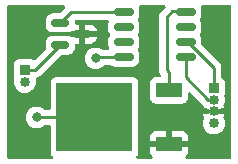
<source format=gbr>
%TF.GenerationSoftware,KiCad,Pcbnew,6.0.2+dfsg-1*%
%TF.CreationDate,2024-08-03T19:21:51-04:00*%
%TF.ProjectId,elpixel,656c7069-7865-46c2-9e6b-696361645f70,rev?*%
%TF.SameCoordinates,Original*%
%TF.FileFunction,Copper,L1,Top*%
%TF.FilePolarity,Positive*%
%FSLAX46Y46*%
G04 Gerber Fmt 4.6, Leading zero omitted, Abs format (unit mm)*
G04 Created by KiCad (PCBNEW 6.0.2+dfsg-1) date 2024-08-03 19:21:51*
%MOMM*%
%LPD*%
G01*
G04 APERTURE LIST*
G04 Aperture macros list*
%AMRoundRect*
0 Rectangle with rounded corners*
0 $1 Rounding radius*
0 $2 $3 $4 $5 $6 $7 $8 $9 X,Y pos of 4 corners*
0 Add a 4 corners polygon primitive as box body*
4,1,4,$2,$3,$4,$5,$6,$7,$8,$9,$2,$3,0*
0 Add four circle primitives for the rounded corners*
1,1,$1+$1,$2,$3*
1,1,$1+$1,$4,$5*
1,1,$1+$1,$6,$7*
1,1,$1+$1,$8,$9*
0 Add four rect primitives between the rounded corners*
20,1,$1+$1,$2,$3,$4,$5,0*
20,1,$1+$1,$4,$5,$6,$7,0*
20,1,$1+$1,$6,$7,$8,$9,0*
20,1,$1+$1,$8,$9,$2,$3,0*%
G04 Aperture macros list end*
%TA.AperFunction,SMDPad,CuDef*%
%ADD10RoundRect,0.150000X-0.675000X-0.150000X0.675000X-0.150000X0.675000X0.150000X-0.675000X0.150000X0*%
%TD*%
%TA.AperFunction,SMDPad,CuDef*%
%ADD11RoundRect,0.150000X-0.587500X-0.150000X0.587500X-0.150000X0.587500X0.150000X-0.587500X0.150000X0*%
%TD*%
%TA.AperFunction,ComponentPad*%
%ADD12R,0.850000X0.850000*%
%TD*%
%TA.AperFunction,ComponentPad*%
%ADD13O,0.850000X0.850000*%
%TD*%
%TA.AperFunction,SMDPad,CuDef*%
%ADD14R,2.200000X1.200000*%
%TD*%
%TA.AperFunction,SMDPad,CuDef*%
%ADD15R,6.400000X5.800000*%
%TD*%
%TA.AperFunction,ViaPad*%
%ADD16C,0.800000*%
%TD*%
%TA.AperFunction,Conductor*%
%ADD17C,0.250000*%
%TD*%
G04 APERTURE END LIST*
D10*
%TO.P,WS,1,OUTR*%
%TO.N,Net-(Q1-Pad1)*%
X117375000Y-130095000D03*
%TO.P,WS,2,OUTG*%
%TO.N,unconnected-(U2-Pad2)*%
X117375000Y-131365000D03*
%TO.P,WS,3,OUTB*%
%TO.N,unconnected-(U2-Pad3)*%
X117375000Y-132635000D03*
%TO.P,WS,4,GND*%
%TO.N,GND*%
X117375000Y-133905000D03*
%TO.P,WS,5,DO*%
%TO.N,Net-(U2-Pad5)*%
X122625000Y-133905000D03*
%TO.P,WS,6,DIN*%
%TO.N,Net-(U2-Pad6)*%
X122625000Y-132635000D03*
%TO.P,WS,7,SET*%
%TO.N,unconnected-(U2-Pad7)*%
X122625000Y-131365000D03*
%TO.P,WS,8,VDD*%
%TO.N,Net-(U1-Pad3)*%
X122625000Y-130095000D03*
%TD*%
D11*
%TO.P,T,1,B*%
%TO.N,Net-(Q1-Pad1)*%
X112000000Y-131000000D03*
%TO.P,T,2,E*%
%TO.N,Net-(J1-Pad1)*%
X112000000Y-132900000D03*
%TO.P,T,3,C*%
%TO.N,+12V*%
X113875000Y-131950000D03*
%TD*%
D12*
%TO.P,INV,1,Pin_1*%
%TO.N,Net-(J1-Pad1)*%
X109000000Y-135000000D03*
D13*
%TO.P,INV,2,Pin_2*%
%TO.N,GND*%
X109000000Y-136000000D03*
%TD*%
D14*
%TO.P,VREG,1,VI*%
%TO.N,+12V*%
X121200000Y-141280000D03*
D15*
%TO.P,VREG,2,GND*%
%TO.N,GND*%
X114900000Y-139000000D03*
D14*
%TO.P,VREG,3,VO*%
%TO.N,Net-(U1-Pad3)*%
X121200000Y-136720000D03*
%TD*%
D12*
%TO.P,IO,1,Pin_1*%
%TO.N,Net-(U2-Pad6)*%
X125000000Y-136500000D03*
D13*
%TO.P,IO,2,Pin_2*%
%TO.N,Net-(U2-Pad5)*%
X125000000Y-137500000D03*
%TO.P,IO,3,Pin_3*%
%TO.N,+12V*%
X125000000Y-138500000D03*
%TO.P,IO,4,Pin_4*%
%TO.N,GND*%
X125000000Y-139500000D03*
%TD*%
D16*
%TO.N,GND*%
X110000000Y-139000000D03*
X115000000Y-134000000D03*
%TD*%
D17*
%TO.N,Net-(J1-Pad1)*%
X112000000Y-132900000D02*
X109900000Y-135000000D01*
X109900000Y-135000000D02*
X109000000Y-135000000D01*
%TO.N,GND*%
X117375000Y-133905000D02*
X115095000Y-133905000D01*
X115095000Y-133905000D02*
X115000000Y-134000000D01*
X110000000Y-139000000D02*
X114900000Y-139000000D01*
%TO.N,Net-(Q1-Pad1)*%
X112905000Y-130095000D02*
X117375000Y-130095000D01*
X112000000Y-131000000D02*
X112905000Y-130095000D01*
%TO.N,Net-(U1-Pad3)*%
X121000000Y-130500000D02*
X121500000Y-130000000D01*
X121500000Y-130000000D02*
X122530000Y-130000000D01*
X121200000Y-136720000D02*
X121200000Y-135200000D01*
X121200000Y-135200000D02*
X121000000Y-135000000D01*
X121000000Y-135000000D02*
X121000000Y-130500000D01*
%TO.N,Net-(U2-Pad5)*%
X122625000Y-133905000D02*
X122625000Y-135624022D01*
X124500978Y-137500000D02*
X125000000Y-137500000D01*
X122625000Y-135624022D02*
X124500978Y-137500000D01*
%TO.N,Net-(U2-Pad6)*%
X125000000Y-136500000D02*
X125000000Y-134783928D01*
X125000000Y-134783928D02*
X122851072Y-132635000D01*
X122851072Y-132635000D02*
X122625000Y-132635000D01*
%TD*%
%TA.AperFunction,Conductor*%
%TO.N,+12V*%
G36*
X112360026Y-129528002D02*
G01*
X112406519Y-129581658D01*
X112416623Y-129651932D01*
X112387129Y-129716512D01*
X112381000Y-129723095D01*
X111949500Y-130154595D01*
X111887188Y-130188621D01*
X111860405Y-130191500D01*
X111345998Y-130191500D01*
X111343550Y-130191693D01*
X111343542Y-130191693D01*
X111315079Y-130193933D01*
X111315074Y-130193934D01*
X111308669Y-130194438D01*
X111236045Y-130215537D01*
X111156512Y-130238643D01*
X111156510Y-130238644D01*
X111148899Y-130240855D01*
X111142072Y-130244892D01*
X111142073Y-130244892D01*
X111012520Y-130321509D01*
X111012517Y-130321511D01*
X111005693Y-130325547D01*
X110888047Y-130443193D01*
X110884011Y-130450017D01*
X110884009Y-130450020D01*
X110845328Y-130515427D01*
X110803355Y-130586399D01*
X110756938Y-130746169D01*
X110754000Y-130783498D01*
X110754000Y-131216502D01*
X110756938Y-131253831D01*
X110803355Y-131413601D01*
X110807392Y-131420427D01*
X110884009Y-131549980D01*
X110884011Y-131549983D01*
X110888047Y-131556807D01*
X111005693Y-131674453D01*
X111012517Y-131678489D01*
X111012520Y-131678491D01*
X111071797Y-131713547D01*
X111148899Y-131759145D01*
X111156510Y-131761356D01*
X111156512Y-131761357D01*
X111189663Y-131770988D01*
X111308669Y-131805562D01*
X111315074Y-131806066D01*
X111315079Y-131806067D01*
X111343542Y-131808307D01*
X111343550Y-131808307D01*
X111345998Y-131808500D01*
X112654002Y-131808500D01*
X112656450Y-131808307D01*
X112656458Y-131808307D01*
X112684921Y-131806067D01*
X112684926Y-131806066D01*
X112691331Y-131805562D01*
X112810337Y-131770988D01*
X112843488Y-131761357D01*
X112843490Y-131761356D01*
X112851101Y-131759145D01*
X112928203Y-131713547D01*
X112992342Y-131696000D01*
X113602885Y-131696000D01*
X113618124Y-131691525D01*
X113619329Y-131690135D01*
X113621000Y-131682452D01*
X113621000Y-131677885D01*
X114129000Y-131677885D01*
X114133475Y-131693124D01*
X114134865Y-131694329D01*
X114142548Y-131696000D01*
X115099378Y-131696000D01*
X115112909Y-131692027D01*
X115114044Y-131684129D01*
X115073393Y-131544210D01*
X115067148Y-131529779D01*
X114990589Y-131400322D01*
X114980949Y-131387896D01*
X114874604Y-131281551D01*
X114862178Y-131271911D01*
X114732721Y-131195352D01*
X114718290Y-131189107D01*
X114572435Y-131146731D01*
X114559833Y-131144430D01*
X114531416Y-131142193D01*
X114526486Y-131142000D01*
X114147115Y-131142000D01*
X114131876Y-131146475D01*
X114130671Y-131147865D01*
X114129000Y-131155548D01*
X114129000Y-131677885D01*
X113621000Y-131677885D01*
X113621000Y-131160116D01*
X113616525Y-131144877D01*
X113615135Y-131143672D01*
X113607452Y-131142001D01*
X113372000Y-131142001D01*
X113303879Y-131121999D01*
X113257386Y-131068343D01*
X113246000Y-131016001D01*
X113246000Y-130854500D01*
X113266002Y-130786379D01*
X113319658Y-130739886D01*
X113372000Y-130728500D01*
X116001776Y-130728500D01*
X116069897Y-130748502D01*
X116116390Y-130802158D01*
X116126494Y-130872432D01*
X116110231Y-130918636D01*
X116090855Y-130951399D01*
X116044438Y-131111169D01*
X116043934Y-131117574D01*
X116043933Y-131117579D01*
X116042011Y-131142000D01*
X116041500Y-131148498D01*
X116041500Y-131581502D01*
X116044438Y-131618831D01*
X116071955Y-131713547D01*
X116085203Y-131759145D01*
X116090855Y-131778601D01*
X116175547Y-131921807D01*
X116178229Y-131924489D01*
X116203502Y-131988861D01*
X116189600Y-132058484D01*
X116179428Y-132074312D01*
X116175547Y-132078193D01*
X116090855Y-132221399D01*
X116044438Y-132381169D01*
X116041500Y-132418498D01*
X116041500Y-132851502D01*
X116044438Y-132888831D01*
X116090855Y-133048601D01*
X116110231Y-133081363D01*
X116127689Y-133150178D01*
X116105172Y-133217509D01*
X116049827Y-133261978D01*
X116001776Y-133271500D01*
X115583878Y-133271500D01*
X115515757Y-133251498D01*
X115509817Y-133247436D01*
X115462094Y-133212763D01*
X115462093Y-133212762D01*
X115456752Y-133208882D01*
X115450724Y-133206198D01*
X115450722Y-133206197D01*
X115288319Y-133133891D01*
X115288318Y-133133891D01*
X115282288Y-133131206D01*
X115188888Y-133111353D01*
X115101944Y-133092872D01*
X115101939Y-133092872D01*
X115095487Y-133091500D01*
X114904513Y-133091500D01*
X114898061Y-133092872D01*
X114898056Y-133092872D01*
X114811112Y-133111353D01*
X114717712Y-133131206D01*
X114711682Y-133133891D01*
X114711681Y-133133891D01*
X114549278Y-133206197D01*
X114549276Y-133206198D01*
X114543248Y-133208882D01*
X114388747Y-133321134D01*
X114384326Y-133326044D01*
X114384325Y-133326045D01*
X114266587Y-133456807D01*
X114260960Y-133463056D01*
X114165473Y-133628444D01*
X114106458Y-133810072D01*
X114086496Y-134000000D01*
X114087186Y-134006565D01*
X114103190Y-134158831D01*
X114106458Y-134189928D01*
X114165473Y-134371556D01*
X114168776Y-134377278D01*
X114168777Y-134377279D01*
X114177603Y-134392566D01*
X114260960Y-134536944D01*
X114265378Y-134541851D01*
X114265379Y-134541852D01*
X114371857Y-134660108D01*
X114388747Y-134678866D01*
X114473079Y-134740137D01*
X114514668Y-134770353D01*
X114543248Y-134791118D01*
X114549276Y-134793802D01*
X114549278Y-134793803D01*
X114684192Y-134853870D01*
X114717712Y-134868794D01*
X114811112Y-134888647D01*
X114898056Y-134907128D01*
X114898061Y-134907128D01*
X114904513Y-134908500D01*
X115095487Y-134908500D01*
X115101939Y-134907128D01*
X115101944Y-134907128D01*
X115188888Y-134888647D01*
X115282288Y-134868794D01*
X115315808Y-134853870D01*
X115450722Y-134793803D01*
X115450724Y-134793802D01*
X115456752Y-134791118D01*
X115485333Y-134770353D01*
X115526921Y-134740137D01*
X115611253Y-134678866D01*
X115632684Y-134655065D01*
X115700101Y-134580190D01*
X115760547Y-134542950D01*
X115793737Y-134538500D01*
X116200050Y-134538500D01*
X116268171Y-134558502D01*
X116281271Y-134569059D01*
X116281325Y-134568989D01*
X116287584Y-134573844D01*
X116293193Y-134579453D01*
X116300017Y-134583489D01*
X116300020Y-134583491D01*
X116404422Y-134645234D01*
X116436399Y-134664145D01*
X116444010Y-134666356D01*
X116444012Y-134666357D01*
X116496231Y-134681528D01*
X116596169Y-134710562D01*
X116602574Y-134711066D01*
X116602579Y-134711067D01*
X116631042Y-134713307D01*
X116631050Y-134713307D01*
X116633498Y-134713500D01*
X118116502Y-134713500D01*
X118118950Y-134713307D01*
X118118958Y-134713307D01*
X118147421Y-134711067D01*
X118147426Y-134711066D01*
X118153831Y-134710562D01*
X118253769Y-134681528D01*
X118305988Y-134666357D01*
X118305990Y-134666356D01*
X118313601Y-134664145D01*
X118345578Y-134645234D01*
X118449980Y-134583491D01*
X118449983Y-134583489D01*
X118456807Y-134579453D01*
X118574453Y-134461807D01*
X118578489Y-134454983D01*
X118578491Y-134454980D01*
X118655108Y-134325427D01*
X118659145Y-134318601D01*
X118705562Y-134158831D01*
X118706417Y-134147980D01*
X118708307Y-134123958D01*
X118708307Y-134123950D01*
X118708500Y-134121502D01*
X118708500Y-133688498D01*
X118705562Y-133651169D01*
X118659145Y-133491399D01*
X118574453Y-133348193D01*
X118571771Y-133345511D01*
X118546498Y-133281139D01*
X118560400Y-133211516D01*
X118570572Y-133195688D01*
X118574453Y-133191807D01*
X118659145Y-133048601D01*
X118705562Y-132888831D01*
X118708500Y-132851502D01*
X118708500Y-132418498D01*
X118705562Y-132381169D01*
X118659145Y-132221399D01*
X118574453Y-132078193D01*
X118571771Y-132075511D01*
X118546498Y-132011139D01*
X118560400Y-131941516D01*
X118570572Y-131925688D01*
X118574453Y-131921807D01*
X118659145Y-131778601D01*
X118664798Y-131759145D01*
X118678045Y-131713547D01*
X118705562Y-131618831D01*
X118708500Y-131581502D01*
X118708500Y-131148498D01*
X118707989Y-131142000D01*
X118706067Y-131117579D01*
X118706066Y-131117574D01*
X118705562Y-131111169D01*
X118659145Y-130951399D01*
X118574453Y-130808193D01*
X118571771Y-130805511D01*
X118546498Y-130741139D01*
X118560400Y-130671516D01*
X118570572Y-130655688D01*
X118574453Y-130651807D01*
X118659145Y-130508601D01*
X118705562Y-130348831D01*
X118706954Y-130331156D01*
X118708307Y-130313958D01*
X118708307Y-130313950D01*
X118708500Y-130311502D01*
X118708500Y-129878498D01*
X118705562Y-129841169D01*
X118659145Y-129681399D01*
X118658810Y-129680833D01*
X118650507Y-129613585D01*
X118681282Y-129549605D01*
X118741762Y-129512420D01*
X118774842Y-129508000D01*
X120791905Y-129508000D01*
X120860026Y-129528002D01*
X120906519Y-129581658D01*
X120916623Y-129651932D01*
X120887129Y-129716512D01*
X120881005Y-129723091D01*
X120728053Y-129876042D01*
X120607742Y-129996353D01*
X120599463Y-130003887D01*
X120592982Y-130008000D01*
X120546357Y-130057651D01*
X120543602Y-130060493D01*
X120523865Y-130080230D01*
X120521385Y-130083427D01*
X120513682Y-130092447D01*
X120483414Y-130124679D01*
X120479595Y-130131625D01*
X120479593Y-130131628D01*
X120473652Y-130142434D01*
X120462801Y-130158953D01*
X120450386Y-130174959D01*
X120447241Y-130182228D01*
X120447238Y-130182232D01*
X120432826Y-130215537D01*
X120427609Y-130226187D01*
X120406305Y-130264940D01*
X120404334Y-130272615D01*
X120404334Y-130272616D01*
X120401267Y-130284562D01*
X120394863Y-130303266D01*
X120392368Y-130309033D01*
X120386819Y-130321855D01*
X120385580Y-130329678D01*
X120385577Y-130329688D01*
X120379901Y-130365524D01*
X120377495Y-130377144D01*
X120366500Y-130419970D01*
X120366500Y-130440224D01*
X120364949Y-130459934D01*
X120361780Y-130479943D01*
X120362526Y-130487835D01*
X120365941Y-130523961D01*
X120366500Y-130535819D01*
X120366500Y-134921233D01*
X120365973Y-134932416D01*
X120364298Y-134939909D01*
X120364547Y-134947835D01*
X120364547Y-134947836D01*
X120366438Y-135007986D01*
X120366500Y-135011945D01*
X120366500Y-135039856D01*
X120366997Y-135043790D01*
X120366997Y-135043791D01*
X120367005Y-135043856D01*
X120367938Y-135055693D01*
X120369327Y-135099889D01*
X120374978Y-135119339D01*
X120378987Y-135138700D01*
X120381526Y-135158797D01*
X120384445Y-135166168D01*
X120384445Y-135166170D01*
X120397804Y-135199912D01*
X120401649Y-135211142D01*
X120413982Y-135253593D01*
X120418015Y-135260412D01*
X120418017Y-135260417D01*
X120424293Y-135271028D01*
X120432988Y-135288776D01*
X120440448Y-135307617D01*
X120445110Y-135314033D01*
X120445110Y-135314034D01*
X120466436Y-135343387D01*
X120472952Y-135353307D01*
X120477867Y-135361617D01*
X120495458Y-135391362D01*
X120501068Y-135396972D01*
X120505921Y-135403228D01*
X120504731Y-135404151D01*
X120534527Y-135458717D01*
X120529462Y-135529532D01*
X120486915Y-135586368D01*
X120420395Y-135611179D01*
X120411406Y-135611500D01*
X120051866Y-135611500D01*
X119989684Y-135618255D01*
X119853295Y-135669385D01*
X119736739Y-135756739D01*
X119649385Y-135873295D01*
X119598255Y-136009684D01*
X119591500Y-136071866D01*
X119591500Y-137368134D01*
X119598255Y-137430316D01*
X119649385Y-137566705D01*
X119736739Y-137683261D01*
X119853295Y-137770615D01*
X119989684Y-137821745D01*
X120051866Y-137828500D01*
X122348134Y-137828500D01*
X122410316Y-137821745D01*
X122546705Y-137770615D01*
X122663261Y-137683261D01*
X122750615Y-137566705D01*
X122801745Y-137430316D01*
X122808500Y-137368134D01*
X122808500Y-137007616D01*
X122828502Y-136939495D01*
X122882158Y-136893002D01*
X122952432Y-136882898D01*
X123017012Y-136912392D01*
X123023595Y-136918521D01*
X123997321Y-137892247D01*
X124004865Y-137900537D01*
X124008978Y-137907018D01*
X124014755Y-137912443D01*
X124058645Y-137953658D01*
X124061487Y-137956413D01*
X124081209Y-137976135D01*
X124084333Y-137978558D01*
X124084337Y-137978562D01*
X124084402Y-137978612D01*
X124093422Y-137986316D01*
X124105982Y-137998110D01*
X124141949Y-138059321D01*
X124139564Y-138128897D01*
X124107115Y-138228768D01*
X124106712Y-138242868D01*
X124113083Y-138246000D01*
X124397676Y-138246000D01*
X124465797Y-138266002D01*
X124471736Y-138270063D01*
X124530679Y-138312888D01*
X124536707Y-138315572D01*
X124536709Y-138315573D01*
X124692405Y-138384893D01*
X124746501Y-138430873D01*
X124767150Y-138498800D01*
X124747798Y-138567109D01*
X124692405Y-138615107D01*
X124662449Y-138628444D01*
X124536709Y-138684427D01*
X124536707Y-138684428D01*
X124530679Y-138687112D01*
X124525338Y-138690992D01*
X124525337Y-138690993D01*
X124471737Y-138729936D01*
X124404869Y-138753794D01*
X124397676Y-138754000D01*
X124119631Y-138754000D01*
X124106100Y-138757973D01*
X124105090Y-138765000D01*
X124140927Y-138875296D01*
X124146266Y-138887288D01*
X124174678Y-138936499D01*
X124191416Y-139005494D01*
X124174678Y-139062500D01*
X124142508Y-139118220D01*
X124081870Y-139304845D01*
X124061358Y-139500000D01*
X124081870Y-139695155D01*
X124142508Y-139881780D01*
X124240623Y-140051720D01*
X124371926Y-140197547D01*
X124377268Y-140201428D01*
X124377270Y-140201430D01*
X124423770Y-140235214D01*
X124530679Y-140312888D01*
X124536707Y-140315572D01*
X124536709Y-140315573D01*
X124703913Y-140390017D01*
X124709944Y-140392702D01*
X124805915Y-140413101D01*
X124895428Y-140432128D01*
X124895432Y-140432128D01*
X124901885Y-140433500D01*
X125098115Y-140433500D01*
X125104568Y-140432128D01*
X125104572Y-140432128D01*
X125194085Y-140413101D01*
X125290056Y-140392702D01*
X125296087Y-140390017D01*
X125463291Y-140315573D01*
X125463293Y-140315572D01*
X125469321Y-140312888D01*
X125576230Y-140235214D01*
X125622730Y-140201430D01*
X125622732Y-140201428D01*
X125628074Y-140197547D01*
X125759377Y-140051720D01*
X125857492Y-139881780D01*
X125918130Y-139695155D01*
X125938642Y-139500000D01*
X125918130Y-139304845D01*
X125857492Y-139118220D01*
X125825322Y-139062500D01*
X125808584Y-138993505D01*
X125825322Y-138936499D01*
X125853734Y-138887288D01*
X125859073Y-138875296D01*
X125892885Y-138771232D01*
X125893288Y-138757132D01*
X125886917Y-138754000D01*
X125602324Y-138754000D01*
X125534203Y-138733998D01*
X125528263Y-138729936D01*
X125474663Y-138690993D01*
X125474662Y-138690992D01*
X125469321Y-138687112D01*
X125463293Y-138684428D01*
X125463291Y-138684427D01*
X125337551Y-138628444D01*
X125307595Y-138615107D01*
X125253499Y-138569127D01*
X125232850Y-138501200D01*
X125252202Y-138432891D01*
X125307595Y-138384893D01*
X125463291Y-138315573D01*
X125463293Y-138315572D01*
X125469321Y-138312888D01*
X125528263Y-138270064D01*
X125595131Y-138246206D01*
X125602324Y-138246000D01*
X125880369Y-138246000D01*
X125893900Y-138242027D01*
X125894910Y-138235000D01*
X125859073Y-138124704D01*
X125853734Y-138112712D01*
X125825322Y-138063501D01*
X125808584Y-137994506D01*
X125825322Y-137937500D01*
X125854188Y-137887503D01*
X125854189Y-137887502D01*
X125857492Y-137881780D01*
X125882745Y-137804059D01*
X125916090Y-137701434D01*
X125916090Y-137701433D01*
X125918130Y-137695155D01*
X125938642Y-137500000D01*
X125937952Y-137493435D01*
X125918820Y-137311409D01*
X125918820Y-137311408D01*
X125918130Y-137304845D01*
X125916089Y-137298563D01*
X125888833Y-137214675D01*
X125886806Y-137143708D01*
X125890684Y-137131511D01*
X125923971Y-137042718D01*
X125923973Y-137042712D01*
X125926745Y-137035316D01*
X125933500Y-136973134D01*
X125933500Y-136026866D01*
X125926745Y-135964684D01*
X125875615Y-135828295D01*
X125788261Y-135711739D01*
X125683935Y-135633551D01*
X125641420Y-135576692D01*
X125633500Y-135532725D01*
X125633500Y-134862695D01*
X125634027Y-134851512D01*
X125635702Y-134844019D01*
X125634124Y-134793803D01*
X125633562Y-134775942D01*
X125633500Y-134771983D01*
X125633500Y-134744072D01*
X125632995Y-134740072D01*
X125632062Y-134728229D01*
X125630922Y-134691957D01*
X125630673Y-134684038D01*
X125625022Y-134664586D01*
X125621014Y-134645234D01*
X125619467Y-134632991D01*
X125618474Y-134625131D01*
X125615556Y-134617760D01*
X125602200Y-134584025D01*
X125598355Y-134572798D01*
X125589683Y-134542950D01*
X125586018Y-134530335D01*
X125581958Y-134523469D01*
X125575707Y-134512900D01*
X125567012Y-134495152D01*
X125559552Y-134476311D01*
X125549015Y-134461807D01*
X125533564Y-134440541D01*
X125527048Y-134430621D01*
X125508580Y-134399393D01*
X125508578Y-134399390D01*
X125504542Y-134392566D01*
X125490221Y-134378245D01*
X125477380Y-134363211D01*
X125470131Y-134353234D01*
X125465472Y-134346821D01*
X125431395Y-134318630D01*
X125422616Y-134310640D01*
X123995405Y-132883428D01*
X123961379Y-132821116D01*
X123958500Y-132794333D01*
X123958500Y-132418498D01*
X123955562Y-132381169D01*
X123909145Y-132221399D01*
X123824453Y-132078193D01*
X123821771Y-132075511D01*
X123796498Y-132011139D01*
X123810400Y-131941516D01*
X123820572Y-131925688D01*
X123824453Y-131921807D01*
X123909145Y-131778601D01*
X123914798Y-131759145D01*
X123928045Y-131713547D01*
X123955562Y-131618831D01*
X123958500Y-131581502D01*
X123958500Y-131148498D01*
X123957989Y-131142000D01*
X123956067Y-131117579D01*
X123956066Y-131117574D01*
X123955562Y-131111169D01*
X123909145Y-130951399D01*
X123824453Y-130808193D01*
X123821771Y-130805511D01*
X123796498Y-130741139D01*
X123810400Y-130671516D01*
X123820572Y-130655688D01*
X123824453Y-130651807D01*
X123909145Y-130508601D01*
X123955562Y-130348831D01*
X123956954Y-130331156D01*
X123958307Y-130313958D01*
X123958307Y-130313950D01*
X123958500Y-130311502D01*
X123958500Y-129878498D01*
X123955562Y-129841169D01*
X123909145Y-129681399D01*
X123908810Y-129680833D01*
X123900507Y-129613585D01*
X123931282Y-129549605D01*
X123991762Y-129512420D01*
X124024842Y-129508000D01*
X126366000Y-129508000D01*
X126434121Y-129528002D01*
X126480614Y-129581658D01*
X126492000Y-129634000D01*
X126492000Y-142366000D01*
X126471998Y-142434121D01*
X126418342Y-142480614D01*
X126366000Y-142492000D01*
X122708754Y-142492000D01*
X122640633Y-142471998D01*
X122594140Y-142418342D01*
X122584036Y-142348068D01*
X122613530Y-142283488D01*
X122633189Y-142265174D01*
X122655724Y-142248285D01*
X122668285Y-142235724D01*
X122744786Y-142133649D01*
X122753324Y-142118054D01*
X122798478Y-141997606D01*
X122802105Y-141982351D01*
X122807631Y-141931486D01*
X122808000Y-141924672D01*
X122808000Y-141552115D01*
X122803525Y-141536876D01*
X122802135Y-141535671D01*
X122794452Y-141534000D01*
X119610116Y-141534000D01*
X119594877Y-141538475D01*
X119593672Y-141539865D01*
X119592001Y-141547548D01*
X119592001Y-141924669D01*
X119592371Y-141931490D01*
X119597895Y-141982352D01*
X119601521Y-141997604D01*
X119646676Y-142118054D01*
X119655214Y-142133649D01*
X119731715Y-142235724D01*
X119744276Y-142248285D01*
X119766811Y-142265174D01*
X119809326Y-142322033D01*
X119814352Y-142392851D01*
X119780292Y-142455145D01*
X119717961Y-142489135D01*
X119691246Y-142492000D01*
X118536273Y-142492000D01*
X118468152Y-142471998D01*
X118421659Y-142418342D01*
X118411555Y-142348068D01*
X118441049Y-142283488D01*
X118449943Y-142275204D01*
X118449731Y-142274992D01*
X118456081Y-142268642D01*
X118463261Y-142263261D01*
X118550615Y-142146705D01*
X118601745Y-142010316D01*
X118608500Y-141948134D01*
X118608500Y-141007885D01*
X119592000Y-141007885D01*
X119596475Y-141023124D01*
X119597865Y-141024329D01*
X119605548Y-141026000D01*
X120927885Y-141026000D01*
X120943124Y-141021525D01*
X120944329Y-141020135D01*
X120946000Y-141012452D01*
X120946000Y-141007885D01*
X121454000Y-141007885D01*
X121458475Y-141023124D01*
X121459865Y-141024329D01*
X121467548Y-141026000D01*
X122789884Y-141026000D01*
X122805123Y-141021525D01*
X122806328Y-141020135D01*
X122807999Y-141012452D01*
X122807999Y-140635331D01*
X122807629Y-140628510D01*
X122802105Y-140577648D01*
X122798479Y-140562396D01*
X122753324Y-140441946D01*
X122744786Y-140426351D01*
X122668285Y-140324276D01*
X122655724Y-140311715D01*
X122553649Y-140235214D01*
X122538054Y-140226676D01*
X122417606Y-140181522D01*
X122402351Y-140177895D01*
X122351486Y-140172369D01*
X122344672Y-140172000D01*
X121472115Y-140172000D01*
X121456876Y-140176475D01*
X121455671Y-140177865D01*
X121454000Y-140185548D01*
X121454000Y-141007885D01*
X120946000Y-141007885D01*
X120946000Y-140190116D01*
X120941525Y-140174877D01*
X120940135Y-140173672D01*
X120932452Y-140172001D01*
X120055331Y-140172001D01*
X120048510Y-140172371D01*
X119997648Y-140177895D01*
X119982396Y-140181521D01*
X119861946Y-140226676D01*
X119846351Y-140235214D01*
X119744276Y-140311715D01*
X119731715Y-140324276D01*
X119655214Y-140426351D01*
X119646676Y-140441946D01*
X119601522Y-140562394D01*
X119597895Y-140577649D01*
X119592369Y-140628514D01*
X119592000Y-140635328D01*
X119592000Y-141007885D01*
X118608500Y-141007885D01*
X118608500Y-136051866D01*
X118601745Y-135989684D01*
X118550615Y-135853295D01*
X118463261Y-135736739D01*
X118346705Y-135649385D01*
X118210316Y-135598255D01*
X118148134Y-135591500D01*
X111651866Y-135591500D01*
X111589684Y-135598255D01*
X111453295Y-135649385D01*
X111336739Y-135736739D01*
X111249385Y-135853295D01*
X111198255Y-135989684D01*
X111191500Y-136051866D01*
X111191500Y-138240500D01*
X111171498Y-138308621D01*
X111117842Y-138355114D01*
X111065500Y-138366500D01*
X110708200Y-138366500D01*
X110640079Y-138346498D01*
X110620853Y-138330157D01*
X110620580Y-138330460D01*
X110615668Y-138326037D01*
X110611253Y-138321134D01*
X110589671Y-138305454D01*
X110462094Y-138212763D01*
X110462093Y-138212762D01*
X110456752Y-138208882D01*
X110450724Y-138206198D01*
X110450722Y-138206197D01*
X110288319Y-138133891D01*
X110288318Y-138133891D01*
X110282288Y-138131206D01*
X110188887Y-138111353D01*
X110101944Y-138092872D01*
X110101939Y-138092872D01*
X110095487Y-138091500D01*
X109904513Y-138091500D01*
X109898061Y-138092872D01*
X109898056Y-138092872D01*
X109811113Y-138111353D01*
X109717712Y-138131206D01*
X109711682Y-138133891D01*
X109711681Y-138133891D01*
X109549278Y-138206197D01*
X109549276Y-138206198D01*
X109543248Y-138208882D01*
X109388747Y-138321134D01*
X109384326Y-138326044D01*
X109384325Y-138326045D01*
X109288121Y-138432891D01*
X109260960Y-138463056D01*
X109165473Y-138628444D01*
X109106458Y-138810072D01*
X109086496Y-139000000D01*
X109106458Y-139189928D01*
X109165473Y-139371556D01*
X109260960Y-139536944D01*
X109388747Y-139678866D01*
X109543248Y-139791118D01*
X109549276Y-139793802D01*
X109549278Y-139793803D01*
X109711681Y-139866109D01*
X109717712Y-139868794D01*
X109811112Y-139888647D01*
X109898056Y-139907128D01*
X109898061Y-139907128D01*
X109904513Y-139908500D01*
X110095487Y-139908500D01*
X110101939Y-139907128D01*
X110101944Y-139907128D01*
X110188888Y-139888647D01*
X110282288Y-139868794D01*
X110288319Y-139866109D01*
X110450722Y-139793803D01*
X110450724Y-139793802D01*
X110456752Y-139791118D01*
X110611253Y-139678866D01*
X110615668Y-139673963D01*
X110620580Y-139669540D01*
X110621705Y-139670789D01*
X110675014Y-139637949D01*
X110708200Y-139633500D01*
X111065500Y-139633500D01*
X111133621Y-139653502D01*
X111180114Y-139707158D01*
X111191500Y-139759500D01*
X111191500Y-141948134D01*
X111198255Y-142010316D01*
X111249385Y-142146705D01*
X111336739Y-142263261D01*
X111343919Y-142268642D01*
X111350269Y-142274992D01*
X111348187Y-142277074D01*
X111381803Y-142322022D01*
X111386835Y-142392840D01*
X111352781Y-142455137D01*
X111290453Y-142489133D01*
X111263727Y-142492000D01*
X107634000Y-142492000D01*
X107565879Y-142471998D01*
X107519386Y-142418342D01*
X107508000Y-142366000D01*
X107508000Y-136000000D01*
X108061358Y-136000000D01*
X108062048Y-136006565D01*
X108068555Y-136068469D01*
X108081870Y-136195155D01*
X108142508Y-136381780D01*
X108240623Y-136551720D01*
X108371926Y-136697547D01*
X108377268Y-136701428D01*
X108377270Y-136701430D01*
X108525337Y-136809007D01*
X108530679Y-136812888D01*
X108536707Y-136815572D01*
X108536709Y-136815573D01*
X108703913Y-136890017D01*
X108709944Y-136892702D01*
X108802579Y-136912392D01*
X108895428Y-136932128D01*
X108895432Y-136932128D01*
X108901885Y-136933500D01*
X109098115Y-136933500D01*
X109104568Y-136932128D01*
X109104572Y-136932128D01*
X109197421Y-136912392D01*
X109290056Y-136892702D01*
X109296087Y-136890017D01*
X109463291Y-136815573D01*
X109463293Y-136815572D01*
X109469321Y-136812888D01*
X109474663Y-136809007D01*
X109622730Y-136701430D01*
X109622732Y-136701428D01*
X109628074Y-136697547D01*
X109759377Y-136551720D01*
X109857492Y-136381780D01*
X109918130Y-136195155D01*
X109931446Y-136068469D01*
X109937952Y-136006565D01*
X109938642Y-136000000D01*
X109921479Y-135836705D01*
X109918820Y-135811409D01*
X109918820Y-135811408D01*
X109918130Y-135804845D01*
X109913587Y-135790863D01*
X109911560Y-135719895D01*
X109948222Y-135659097D01*
X110000773Y-135633719D01*
X109999888Y-135630673D01*
X109999889Y-135630673D01*
X110019343Y-135625021D01*
X110038700Y-135621013D01*
X110050930Y-135619468D01*
X110050931Y-135619468D01*
X110058797Y-135618474D01*
X110066168Y-135615555D01*
X110066170Y-135615555D01*
X110099912Y-135602196D01*
X110111142Y-135598351D01*
X110145983Y-135588229D01*
X110145984Y-135588229D01*
X110153593Y-135586018D01*
X110160412Y-135581985D01*
X110160417Y-135581983D01*
X110171028Y-135575707D01*
X110188776Y-135567012D01*
X110207617Y-135559552D01*
X110243387Y-135533564D01*
X110253307Y-135527048D01*
X110284535Y-135508580D01*
X110284538Y-135508578D01*
X110291362Y-135504542D01*
X110305683Y-135490221D01*
X110320717Y-135477380D01*
X110330694Y-135470131D01*
X110337107Y-135465472D01*
X110365298Y-135431395D01*
X110373288Y-135422616D01*
X112050499Y-133745405D01*
X112112811Y-133711379D01*
X112139594Y-133708500D01*
X112654002Y-133708500D01*
X112656450Y-133708307D01*
X112656458Y-133708307D01*
X112684921Y-133706067D01*
X112684926Y-133706066D01*
X112691331Y-133705562D01*
X112791269Y-133676528D01*
X112843488Y-133661357D01*
X112843490Y-133661356D01*
X112851101Y-133659145D01*
X112892386Y-133634729D01*
X112987480Y-133578491D01*
X112987483Y-133578489D01*
X112994307Y-133574453D01*
X113111953Y-133456807D01*
X113115989Y-133449983D01*
X113115991Y-133449980D01*
X113192608Y-133320427D01*
X113196645Y-133313601D01*
X113206745Y-133278838D01*
X113214687Y-133251498D01*
X113243062Y-133153831D01*
X113244632Y-133133891D01*
X113245807Y-133118958D01*
X113245807Y-133118950D01*
X113246000Y-133116502D01*
X113246000Y-132884000D01*
X113266002Y-132815879D01*
X113319658Y-132769386D01*
X113372000Y-132758000D01*
X113602885Y-132758000D01*
X113618124Y-132753525D01*
X113619329Y-132752135D01*
X113621000Y-132744452D01*
X113621000Y-132739884D01*
X114129000Y-132739884D01*
X114133475Y-132755123D01*
X114134865Y-132756328D01*
X114142548Y-132757999D01*
X114526484Y-132757999D01*
X114531420Y-132757805D01*
X114559836Y-132755570D01*
X114572431Y-132753270D01*
X114718290Y-132710893D01*
X114732721Y-132704648D01*
X114862178Y-132628089D01*
X114874604Y-132618449D01*
X114980949Y-132512104D01*
X114990589Y-132499678D01*
X115067148Y-132370221D01*
X115073393Y-132355790D01*
X115112439Y-132221395D01*
X115112399Y-132207294D01*
X115105130Y-132204000D01*
X114147115Y-132204000D01*
X114131876Y-132208475D01*
X114130671Y-132209865D01*
X114129000Y-132217548D01*
X114129000Y-132739884D01*
X113621000Y-132739884D01*
X113621000Y-132222115D01*
X113616525Y-132206876D01*
X113615135Y-132205671D01*
X113607452Y-132204000D01*
X112992342Y-132204000D01*
X112928203Y-132186453D01*
X112857927Y-132144892D01*
X112857928Y-132144892D01*
X112851101Y-132140855D01*
X112843490Y-132138644D01*
X112843488Y-132138643D01*
X112791269Y-132123472D01*
X112691331Y-132094438D01*
X112684926Y-132093934D01*
X112684921Y-132093933D01*
X112656458Y-132091693D01*
X112656450Y-132091693D01*
X112654002Y-132091500D01*
X111345998Y-132091500D01*
X111343550Y-132091693D01*
X111343542Y-132091693D01*
X111315079Y-132093933D01*
X111315074Y-132093934D01*
X111308669Y-132094438D01*
X111208731Y-132123472D01*
X111156512Y-132138643D01*
X111156510Y-132138644D01*
X111148899Y-132140855D01*
X111142072Y-132144892D01*
X111142073Y-132144892D01*
X111012520Y-132221509D01*
X111012517Y-132221511D01*
X111005693Y-132225547D01*
X110888047Y-132343193D01*
X110884011Y-132350017D01*
X110884009Y-132350020D01*
X110842051Y-132420968D01*
X110803355Y-132486399D01*
X110756938Y-132646169D01*
X110754000Y-132683498D01*
X110754000Y-133116502D01*
X110754193Y-133118950D01*
X110754193Y-133118958D01*
X110755369Y-133133891D01*
X110756938Y-133153831D01*
X110758732Y-133160006D01*
X110759890Y-133166345D01*
X110757110Y-133166853D01*
X110756978Y-133225515D01*
X110725257Y-133278838D01*
X109867847Y-134136248D01*
X109805535Y-134170274D01*
X109734720Y-134165209D01*
X109703188Y-134147980D01*
X109687534Y-134136248D01*
X109671705Y-134124385D01*
X109535316Y-134073255D01*
X109473134Y-134066500D01*
X108526866Y-134066500D01*
X108464684Y-134073255D01*
X108328295Y-134124385D01*
X108211739Y-134211739D01*
X108124385Y-134328295D01*
X108073255Y-134464684D01*
X108066500Y-134526866D01*
X108066500Y-135473134D01*
X108073255Y-135535316D01*
X108076027Y-135542712D01*
X108076029Y-135542718D01*
X108109316Y-135631511D01*
X108114499Y-135702318D01*
X108111167Y-135714675D01*
X108097500Y-135756739D01*
X108081870Y-135804845D01*
X108081180Y-135811408D01*
X108081180Y-135811409D01*
X108078521Y-135836705D01*
X108061358Y-136000000D01*
X107508000Y-136000000D01*
X107508000Y-129634000D01*
X107528002Y-129565879D01*
X107581658Y-129519386D01*
X107634000Y-129508000D01*
X112291905Y-129508000D01*
X112360026Y-129528002D01*
G37*
%TD.AperFunction*%
%TD*%
M02*

</source>
